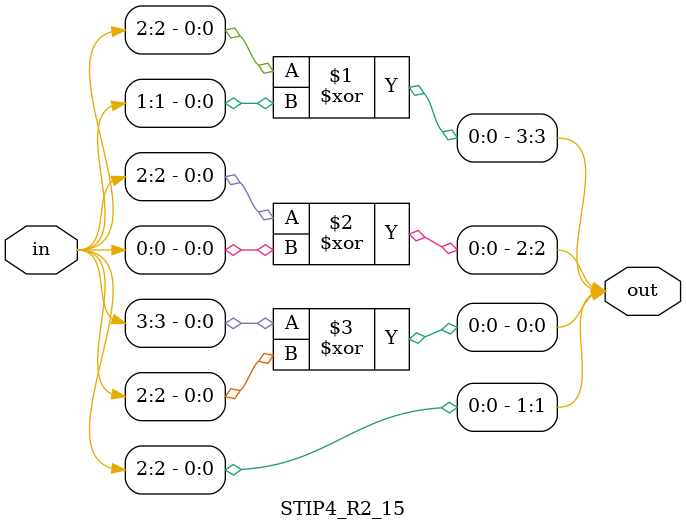
<source format=v>
module  STIP4_R2_15(in,out);
input[3:0] in;
output[3:0] out;
wire[3:0] out;
assign out[3]=in[2]^in[1];
assign out[2]=in[2]^in[0];
assign out[1]=in[2];
assign out[0]=in[3]^in[2];
endmodule

</source>
